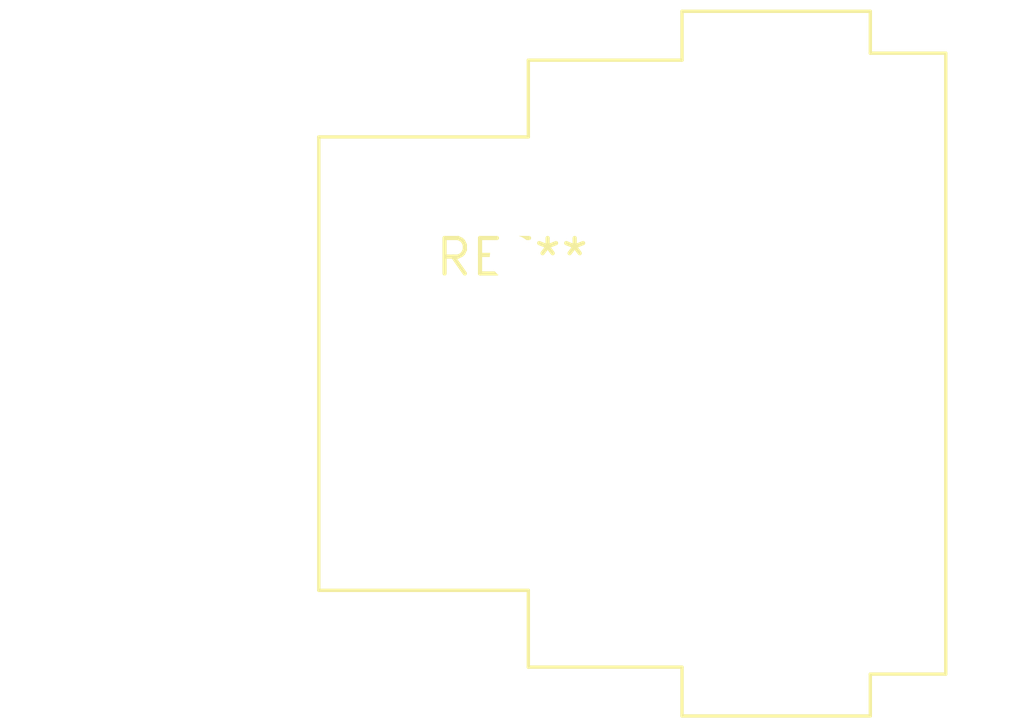
<source format=kicad_pcb>
(kicad_pcb (version 20240108) (generator pcbnew)
  (layers (0 "F.Cu" signal) (31 "B.Cu" signal) (34 "B.Paste" user) (35 "F.Paste" user) (36 "B.SilkS" user "B.Silkscreen") (37 "F.SilkS" user "F.Silkscreen") (38 "B.Mask" user) (39 "F.Mask" user) (44 "Edge.Cuts" user))
  (net 0 "")
  (footprint "Jack_XLR_Neutrik_NC3FAAH_Horizontal" (layer "F.Cu") (at 0 0)
    (property "Reference" "REF**")
    (property "Value" "Jack_XLR_Neutrik_NC3FAAH_Horizontal")
    (fp_line (start -6.92 -4.31) (end -6.92 11.93) (layer "F.SilkS") (stroke (width 0.12)))
    (fp_line (start 0.58 -7.06) (end 0.58 -4.31) (layer "F.SilkS") (stroke (width 0.12)))
    (fp_line (start 0.58 -4.31) (end -6.92 -4.31) (layer "F.SilkS") (stroke (width 0.12)))
    (fp_line (start 0.58 11.93) (end -6.92 11.93) (layer "F.SilkS") (stroke (width 0.12)))
    (fp_line (start 0.58 11.93) (end 0.58 14.68) (layer "F.SilkS") (stroke (width 0.12)))
    (fp_line (start 6.08 -7.06) (end 0.58 -7.06) (layer "F.SilkS") (stroke (width 0.12)))
    (fp_line (start 6.08 -7.06) (end 6.08 -8.81) (layer "F.SilkS") (stroke (width 0.12)))
    (fp_line (start 6.08 14.68) (end 0.58 14.68) (layer "F.SilkS") (stroke (width 0.12)))
    (fp_line (start 6.08 16.43) (end 6.08 14.68) (layer "F.SilkS") (stroke (width 0.12)))
    (fp_line (start 12.82 -8.81) (end 6.08 -8.81) (layer "F.SilkS") (stroke (width 0.12)))
    (fp_line (start 12.82 -8.81) (end 12.82 -7.31) (layer "F.SilkS") (stroke (width 0.12)))
    (fp_line (start 12.82 -7.31) (end 15.52 -7.31) (layer "F.SilkS") (stroke (width 0.12)))
    (fp_line (start 12.82 14.93) (end 12.82 16.43) (layer "F.SilkS") (stroke (width 0.12)))
    (fp_line (start 12.82 14.93) (end 15.52 14.93) (layer "F.SilkS") (stroke (width 0.12)))
    (fp_line (start 12.82 16.43) (end 6.08 16.43) (layer "F.SilkS") (stroke (width 0.12)))
    (fp_line (start 15.52 -7.31) (end 15.52 14.93) (layer "F.SilkS") (stroke (width 0.12)))
    (pad "" np_thru_hole circle (at 3.81 7.62) (size 1.6 1.6) (drill 1.6) (layers *.Cu *.Mask))
    (pad "" np_thru_hole circle (at 8.89 0) (size 1.6 1.6) (drill 1.6) (layers *.Cu *.Mask))
    (pad "1" thru_hole circle (at 0 0) (size 3.4 3.4) (drill 1.6) (layers *.Cu *.Mask) (remove_unused_layers))
    (pad "2" thru_hole circle (at -0.635 7.62) (size 3.4 3.4) (drill 1.6) (layers *.Cu *.Mask) (remove_unused_layers))
    (pad "3" thru_hole circle (at -4.45 3.81) (size 2.9 2.9) (drill 1.2) (layers *.Cu *.Mask) (remove_unused_layers))
  )
)
</source>
